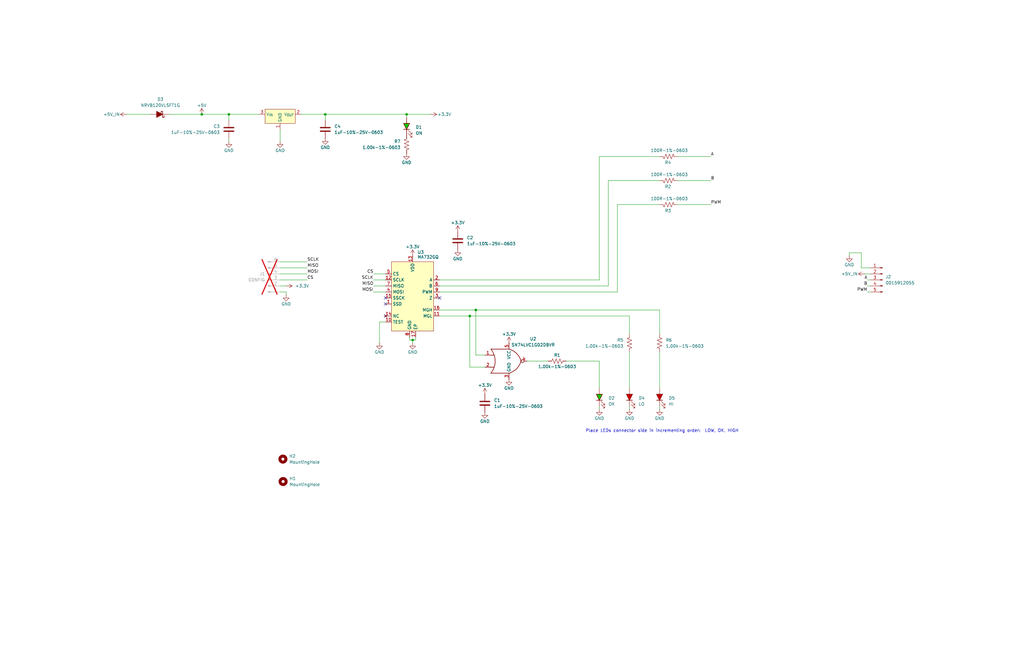
<source format=kicad_sch>
(kicad_sch (version 20231120) (generator "eeschema") (generator_version "8.0")
  (paper "B")
  (title_block (title "Mag Encoder") (date "2024-08-18") (rev "0") (company "971 SPARTAN ROBOTICS"))
  (lib_symbols
    (symbol "74xGxx:74AUP1G02"
      (property "Reference" "U3" (at 12.7 6.3186 0))
      (property "Value" "SN74LVC1G02DRLR" (at 12.7 3.7786 0))
      (symbol "74AUP1G02_0_1"
        (arc (start -7.62 -5.08) (mid -5.838 0) (end -7.62 5.08) (stroke (width 0.254)))
        (arc (start 0 -5.08) (mid 3.1986 -3.2054) (end 5.08 0) (stroke (width 0.254)))
        (polyline (pts (xy -7.62 -2.54) (xy -6.35 -2.54)) (stroke (width 0.254)) (fill (type background)))
        (polyline (pts (xy -7.62 2.54) (xy -6.35 2.54)) (stroke (width 0.254)) (fill (type background)))
        (polyline (pts (xy 0 -5.08) (xy -7.62 -5.08)) (stroke (width 0.254)) (fill (type background)))
        (polyline (pts (xy 0 5.08) (xy -7.62 5.08)) (stroke (width 0.254)) (fill (type background)))
        (arc (start 5.08 0) (mid 3.2238 3.2304) (end 0 5.08) (stroke (width 0.254)))
      )
      (symbol "74AUP1G02_1_1"
        (pin input line (at -10.16 2.54 0) (length 2.54) (name "~") (number "1"))
        (pin input line (at -10.16 -2.54 0) (length 2.54) (name "~") (number "2"))
        (pin power_in line (at 0 -7.62 90) (length 2.54) (name "GND") (number "3"))
        (pin output inverted (at 7.62 0 180) (length 2.54) (name "~") (number "4"))
        (pin power_in line (at 0 7.62 270) (length 2.54) (name "VCC") (number "5"))
      )
    )
    (symbol "Connector:Conn_01x05_Pin" (pin_names (offset 1.016) hide)
      (property "Reference" "J" (at 0 7.62 0))
      (property "Value" "Conn_01x05_Pin" (at 0 -7.62 0))
      (symbol "Conn_01x05_Pin_1_1"
        (polyline (pts (xy 1.27 -5.08) (xy 0.8636 -5.08)) (stroke (width 0.1524)))
        (polyline (pts (xy 1.27 -2.54) (xy 0.8636 -2.54)) (stroke (width 0.1524)))
        (polyline (pts (xy 1.27 0) (xy 0.8636 0)) (stroke (width 0.1524)))
        (polyline (pts (xy 1.27 2.54) (xy 0.8636 2.54)) (stroke (width 0.1524)))
        (polyline (pts (xy 1.27 5.08) (xy 0.8636 5.08)) (stroke (width 0.1524)))
        (rectangle (start 0.8636 -4.953) (end 0 -5.207) (stroke (width 0.1524)) (fill (type outline)))
        (rectangle (start 0.8636 -2.413) (end 0 -2.667) (stroke (width 0.1524)) (fill (type outline)))
        (rectangle (start 0.8636 0.127) (end 0 -0.127) (stroke (width 0.1524)) (fill (type outline)))
        (rectangle (start 0.8636 2.667) (end 0 2.413) (stroke (width 0.1524)) (fill (type outline)))
        (rectangle (start 0.8636 5.207) (end 0 4.953) (stroke (width 0.1524)) (fill (type outline)))
        (pin passive line (at 5.08 5.08 180) (length 3.81) (name "Pin_1") (number "1"))
        (pin passive line (at 5.08 2.54 180) (length 3.81) (name "Pin_2") (number "2"))
        (pin passive line (at 5.08 0 180) (length 3.81) (name "Pin_3") (number "3"))
        (pin passive line (at 5.08 -2.54 180) (length 3.81) (name "Pin_4") (number "4"))
        (pin passive line (at 5.08 -5.08 180) (length 3.81) (name "Pin_5") (number "5"))
      )
    )
    (symbol "Connector:Conn_01x06_Pin" (pin_names (offset 1.016) hide)
      (property "Reference" "J" (at 0 7.62 0))
      (property "Value" "Conn_01x06_Pin" (at 0 -10.16 0))
      (symbol "Conn_01x06_Pin_1_1"
        (polyline (pts (xy 1.27 -7.62) (xy 0.8636 -7.62)) (stroke (width 0.1524)))
        (polyline (pts (xy 1.27 -5.08) (xy 0.8636 -5.08)) (stroke (width 0.1524)))
        (polyline (pts (xy 1.27 -2.54) (xy 0.8636 -2.54)) (stroke (width 0.1524)))
        (polyline (pts (xy 1.27 0) (xy 0.8636 0)) (stroke (width 0.1524)))
        (polyline (pts (xy 1.27 2.54) (xy 0.8636 2.54)) (stroke (width 0.1524)))
        (polyline (pts (xy 1.27 5.08) (xy 0.8636 5.08)) (stroke (width 0.1524)))
        (rectangle (start 0.8636 -7.493) (end 0 -7.747) (stroke (width 0.1524)) (fill (type outline)))
        (rectangle (start 0.8636 -4.953) (end 0 -5.207) (stroke (width 0.1524)) (fill (type outline)))
        (rectangle (start 0.8636 -2.413) (end 0 -2.667) (stroke (width 0.1524)) (fill (type outline)))
        (rectangle (start 0.8636 0.127) (end 0 -0.127) (stroke (width 0.1524)) (fill (type outline)))
        (rectangle (start 0.8636 2.667) (end 0 2.413) (stroke (width 0.1524)) (fill (type outline)))
        (rectangle (start 0.8636 5.207) (end 0 4.953) (stroke (width 0.1524)) (fill (type outline)))
        (pin passive line (at 5.08 5.08 180) (length 3.81) (name "Pin_1") (number "1"))
        (pin passive line (at 5.08 2.54 180) (length 3.81) (name "Pin_2") (number "2"))
        (pin passive line (at 5.08 0 180) (length 3.81) (name "Pin_3") (number "3"))
        (pin passive line (at 5.08 -2.54 180) (length 3.81) (name "Pin_4") (number "4"))
        (pin passive line (at 5.08 -5.08 180) (length 3.81) (name "Pin_5") (number "5"))
        (pin passive line (at 5.08 -7.62 180) (length 3.81) (name "Pin_6") (number "6"))
      )
    )
    (symbol "Device:C" (pin_numbers hide) (pin_names (offset 0.254))
      (property "Reference" "C" (at 0.635 2.54 0))
      (property "Value" "C" (at 0.635 -2.54 0))
      (symbol "C_0_1"
        (polyline (pts (xy -2.032 -0.762) (xy 2.032 -0.762)) (stroke (width 0.508)))
        (polyline (pts (xy -2.032 0.762) (xy 2.032 0.762)) (stroke (width 0.508)))
      )
      (symbol "C_1_1"
        (pin passive line (at 0 3.81 270) (length 2.794) (name "~") (number "1"))
        (pin passive line (at 0 -3.81 90) (length 2.794) (name "~") (number "2"))
      )
    )
    (symbol "Device:D_Schottky" (pin_numbers hide) (pin_names (offset 1.016) hide)
      (property "Reference" "D4" (at -0.3175 -6.35 0))
      (property "Value" "D_Schottky" (at -0.3175 -3.81 0))
      (symbol "D_Schottky_0_1"
        (polyline (pts (xy -1.905 0.635) (xy -1.905 1.27) (xy -1.27 1.27) (xy -1.27 -1.27) (xy -0.635 -1.27) (xy -0.635 -0.635)) (stroke (width 0.254)))
      )
      (symbol "D_Schottky_1_1"
        (polyline (pts (xy 1.27 1.27) (xy 1.27 -1.27) (xy -1.27 0) (xy 1.27 1.27)) (stroke (width 0.254)) (fill (type outline)))
        (pin passive line (at -3.81 0 0) (length 2.54) (name "K") (number "1"))
        (pin passive line (at 3.81 0 180) (length 2.54) (name "A") (number "2"))
      )
    )
    (symbol "Device:LED" (pin_numbers hide) (pin_names (offset 1.016) hide)
      (property "Reference" "D1" (at -0.3174 -3.81 90))
      (property "Value" "LED" (at -2.8574 -3.81 90))
      (symbol "LED_0_1"
        (polyline (pts (xy -1.27 -1.27) (xy -1.27 1.27)) (stroke (width 0.254)))
        (polyline (pts (xy -3.048 -0.762) (xy -4.572 -2.286) (xy -3.81 -2.286) (xy -4.572 -2.286) (xy -4.572 -1.524)))
        (polyline (pts (xy -1.778 -0.762) (xy -3.302 -2.286) (xy -2.54 -2.286) (xy -3.302 -2.286) (xy -3.302 -1.524)))
      )
      (symbol "LED_1_1"
        (polyline (pts (xy 1.27 -1.27) (xy 1.27 1.27) (xy -1.27 0) (xy 1.27 -1.27)) (stroke (width 0.254)) (fill (type color) (color 0 194 0 1)))
        (pin passive line (at -3.81 0 0) (length 2.54) (name "K") (number "1"))
        (pin passive line (at 3.81 0 180) (length 2.54) (name "A") (number "2"))
      )
    )
    (symbol "Device:R_US" (pin_numbers hide) (pin_names (offset 0))
      (property "Reference" "R" (at 2.54 0 90))
      (property "Value" "R_US" (at -2.54 0 90))
      (symbol "R_US_0_1"
        (polyline (pts (xy 0 -2.286) (xy 0 -2.54)))
        (polyline (pts (xy 0 2.286) (xy 0 2.54)))
        (polyline (pts (xy 0 -0.762) (xy 1.016 -1.143) (xy 0 -1.524) (xy -1.016 -1.905) (xy 0 -2.286)))
        (polyline (pts (xy 0 0.762) (xy 1.016 0.381) (xy 0 0) (xy -1.016 -0.381) (xy 0 -0.762)))
        (polyline (pts (xy 0 2.286) (xy 1.016 1.905) (xy 0 1.524) (xy -1.016 1.143) (xy 0 0.762)))
      )
      (symbol "R_US_1_1"
        (pin passive line (at 0 3.81 270) (length 1.27) (name "~") (number "1"))
        (pin passive line (at 0 -3.81 90) (length 1.27) (name "~") (number "2"))
      )
    )
    (symbol "LED_1" (pin_numbers hide) (pin_names (offset 1.016) hide)
      (property "Reference" "D2" (at -0.3174 -3.81 90))
      (property "Value" "LOW" (at -2.8574 -3.81 90))
      (symbol "LED_1_0_1"
        (polyline (pts (xy -1.27 -1.27) (xy -1.27 1.27)) (stroke (width 0.254)))
        (polyline (pts (xy -3.048 -0.762) (xy -4.572 -2.286) (xy -3.81 -2.286) (xy -4.572 -2.286) (xy -4.572 -1.524)))
        (polyline (pts (xy -1.778 -0.762) (xy -3.302 -2.286) (xy -2.54 -2.286) (xy -3.302 -2.286) (xy -3.302 -1.524)))
      )
      (symbol "LED_1_1_1"
        (polyline (pts (xy 1.27 -1.27) (xy 1.27 1.27) (xy -1.27 0) (xy 1.27 -1.27)) (stroke (width 0.254)) (fill (type color) (color 194 0 0 1)))
        (pin passive line (at -3.81 0 0) (length 2.54) (name "K") (number "1"))
        (pin passive line (at 3.81 0 180) (length 2.54) (name "A") (number "2"))
      )
    )
    (symbol "LED_2" (pin_numbers hide) (pin_names (offset 1.016) hide)
      (property "Reference" "D4" (at -0.3174 -3.81 90))
      (property "Value" "HIGH" (at -2.8574 -3.81 90))
      (symbol "LED_2_0_1"
        (polyline (pts (xy -1.27 -1.27) (xy -1.27 1.27)) (stroke (width 0.254)))
        (polyline (pts (xy -3.048 -0.762) (xy -4.572 -2.286) (xy -3.81 -2.286) (xy -4.572 -2.286) (xy -4.572 -1.524)))
        (polyline (pts (xy -1.778 -0.762) (xy -3.302 -2.286) (xy -2.54 -2.286) (xy -3.302 -2.286) (xy -3.302 -1.524)))
      )
      (symbol "LED_2_1_1"
        (polyline (pts (xy 1.27 -1.27) (xy 1.27 1.27) (xy -1.27 0) (xy 1.27 -1.27)) (stroke (width 0.254)) (fill (type color) (color 194 0 0 1)))
        (pin passive line (at -3.81 0 0) (length 2.54) (name "K") (number "1"))
        (pin passive line (at 3.81 0 180) (length 2.54) (name "A") (number "2"))
      )
    )
    (symbol "Mechanical:MountingHole" (pin_names (offset 1.016)) (exclude_from_sim yes) (in_bom no)
      (property "Reference" "H" (at 0 5.08 0))
      (property "Value" "MountingHole" (at 0 3.175 0))
      (symbol "MountingHole_0_1"
        (circle (center 0 0) (radius 1.27) (stroke (width 1.27)))
      )
    )
    (symbol "mag-encoder:AP2120N-3.3TRG1"
      (symbol "AP2120N-3.3TRG1_1_1"
        (rectangle (start -6.35 -0.3175) (end 6.35 -6.35) (fill (type background)))
        (pin passive line (at 0 -8.89 90) (length 2.54) (name "GND") (number "1"))
        (pin power_out line (at 8.89 -2.54 180) (length 2.54) (name "V_{OUT}") (number "2"))
        (pin power_in line (at -8.89 -2.54 0) (length 2.54) (name "V_{IN}") (number "3"))
      )
    )
    (symbol "mag-encoder:MA732GQ"
      (property "Reference" "U1" (at 2.032 5.334 0))
      (property "Value" "MA732GQ" (at 2.032 3.302 0))
      (symbol "MA732GQ_1_1"
        (rectangle (start -8.89 1.27) (end 8.89 -27.94) (fill (type background)))
        (pin output line (at -11.43 -16.51 0) (length 2.54) (name "SSD") (number "1"))
        (pin input line (at -11.43 -24.13 0) (length 2.54) (name "TEST") (number "10"))
        (pin output line (at 11.43 -21.59 180) (length 2.54) (name "MGL") (number "11"))
        (pin input line (at -11.43 -6.35 0) (length 2.54) (name "SCLK") (number "12"))
        (pin power_in line (at 0 3.81 270) (length 2.54) (name "VDD") (number "13"))
        (pin no_connect line (at -11.43 -21.59 0) (length 2.54) (name "NC") (number "14"))
        (pin input line (at -11.43 -13.97 0) (length 2.54) (name "SSCK") (number "15"))
        (pin output line (at 11.43 -19.05 180) (length 2.54) (name "MGH") (number "16"))
        (pin passive line (at 1.27 -30.48 90) (length 2.54) (name "EP") (number "17"))
        (pin output line (at 11.43 -6.35 180) (length 2.54) (name "A") (number "2"))
        (pin output line (at 11.43 -13.97 180) (length 2.54) (name "Z") (number "3"))
        (pin input line (at -11.43 -11.43 0) (length 2.54) (name "MOSI") (number "4"))
        (pin input line (at -11.43 -3.81 0) (length 2.54) (name "CS") (number "5"))
        (pin output line (at 11.43 -8.89 180) (length 2.54) (name "B") (number "6"))
        (pin input line (at -11.43 -8.89 0) (length 2.54) (name "MISO") (number "7"))
        (pin passive line (at -1.27 -30.48 90) (length 2.54) (name "GND") (number "8"))
        (pin output line (at 11.43 -11.43 180) (length 2.54) (name "PWM") (number "9"))
      )
    )
    (symbol "power:+3.3V" (power) (pin_numbers hide) (pin_names (offset 0) hide)
      (property "Value" "+3.3V" (at 0 3.556 0))
      (symbol "+3.3V_0_1"
        (polyline (pts (xy -0.762 1.27) (xy 0 2.54)))
        (polyline (pts (xy 0 0) (xy 0 2.54)))
        (polyline (pts (xy 0 2.54) (xy 0.762 1.27)))
      )
      (symbol "+3.3V_1_1"
        (pin power_in line (at 0 0 90) (length 0) (name "~") (number "1"))
      )
    )
    (symbol "power:+5V" (power) (pin_numbers hide) (pin_names (offset 0) hide)
      (property "Value" "+5V" (at 0 3.556 0))
      (symbol "+5V_0_1"
        (polyline (pts (xy -0.762 1.27) (xy 0 2.54)))
        (polyline (pts (xy 0 0) (xy 0 2.54)))
        (polyline (pts (xy 0 2.54) (xy 0.762 1.27)))
      )
      (symbol "+5V_1_1"
        (pin power_in line (at 0 0 90) (length 0) (name "~") (number "1"))
      )
    )
    (symbol "power:GND" (power) (pin_numbers hide) (pin_names (offset 0) hide)
      (property "Value" "GND" (at 0 -3.81 0))
      (symbol "GND_0_1"
        (polyline (pts (xy 0 0) (xy 0 -1.27) (xy 1.27 -1.27) (xy 0 -2.54) (xy -1.27 -1.27) (xy 0 -1.27)))
      )
      (symbol "GND_1_1"
        (pin power_in line (at 0 0 270) (length 0) (name "~") (number "1"))
      )
    )
  )
  (junction (at 200.66 130.81))
  (junction (at 198.12 133.35))
  (junction (at 85.09 48.26))
  (junction (at 137.16 48.26))
  (junction (at 96.52 48.26))
  (junction (at 173.99 143.51))
  (junction (at 171.45 48.26))
  (no_connect (at 185.42 125.73))
  (no_connect (at 162.56 128.27))
  (no_connect (at 162.56 133.35))
  (no_connect (at 162.56 125.73))
  (wire (pts (xy 127 48.26) (xy 137.16 48.26)))
  (wire (pts (xy 137.16 48.26) (xy 137.16 50.8)))
  (wire (pts (xy 238.76 152.4) (xy 252.73 152.4)))
  (wire (pts (xy 157.48 120.65) (xy 162.56 120.65)))
  (wire (pts (xy 175.26 143.51) (xy 173.99 143.51)))
  (wire (pts (xy 118.11 118.11) (xy 129.54 118.11)))
  (wire (pts (xy 198.12 154.94) (xy 198.12 133.35)))
  (wire (pts (xy 85.09 48.26) (xy 96.52 48.26)))
  (wire (pts (xy 256.54 120.65) (xy 256.54 76.2)))
  (wire (pts (xy 200.66 130.81) (xy 278.13 130.81)))
  (wire (pts (xy 53.34 48.26) (xy 63.5 48.26)))
  (wire (pts (xy 265.43 148.59) (xy 265.43 163.83)))
  (wire (pts (xy 252.73 66.04) (xy 278.13 66.04)))
  (wire (pts (xy 118.11 113.03) (xy 129.54 113.03)))
  (wire (pts (xy 285.75 86.36) (xy 299.72 86.36)))
  (wire (pts (xy 222.25 152.4) (xy 231.14 152.4)))
  (wire (pts (xy 365.76 118.11) (xy 367.03 118.11)))
  (wire (pts (xy 265.43 171.45) (xy 265.43 172.72)))
  (wire (pts (xy 172.72 142.24) (xy 172.72 143.51)))
  (wire (pts (xy 363.22 106.68) (xy 358.14 106.68)))
  (wire (pts (xy 252.73 118.11) (xy 252.73 66.04)))
  (wire (pts (xy 358.14 106.68) (xy 358.14 107.95)))
  (wire (pts (xy 285.75 76.2) (xy 299.72 76.2)))
  (wire (pts (xy 173.99 143.51) (xy 173.99 144.78)))
  (wire (pts (xy 181.61 48.26) (xy 171.45 48.26)))
  (wire (pts (xy 160.02 135.89) (xy 160.02 144.78)))
  (wire (pts (xy 278.13 148.59) (xy 278.13 163.83)))
  (wire (pts (xy 256.54 76.2) (xy 278.13 76.2)))
  (wire (pts (xy 71.12 48.26) (xy 85.09 48.26)))
  (wire (pts (xy 157.48 118.11) (xy 162.56 118.11)))
  (wire (pts (xy 198.12 133.35) (xy 265.43 133.35)))
  (wire (pts (xy 175.26 142.24) (xy 175.26 143.51)))
  (wire (pts (xy 118.11 110.49) (xy 129.54 110.49)))
  (wire (pts (xy 118.11 54.61) (xy 118.11 59.69)))
  (wire (pts (xy 278.13 130.81) (xy 278.13 140.97)))
  (wire (pts (xy 265.43 133.35) (xy 265.43 140.97)))
  (wire (pts (xy 96.52 59.69) (xy 96.52 58.42)))
  (wire (pts (xy 118.11 120.65) (xy 120.65 120.65)))
  (wire (pts (xy 363.22 113.03) (xy 363.22 106.68)))
  (wire (pts (xy 96.52 48.26) (xy 109.22 48.26)))
  (wire (pts (xy 120.65 124.46) (xy 120.65 123.19)))
  (wire (pts (xy 185.42 130.81) (xy 200.66 130.81)))
  (wire (pts (xy 185.42 118.11) (xy 252.73 118.11)))
  (wire (pts (xy 367.03 113.03) (xy 363.22 113.03)))
  (wire (pts (xy 260.35 123.19) (xy 260.35 86.36)))
  (wire (pts (xy 200.66 149.86) (xy 200.66 130.81)))
  (wire (pts (xy 173.99 143.51) (xy 172.72 143.51)))
  (wire (pts (xy 185.42 133.35) (xy 198.12 133.35)))
  (wire (pts (xy 120.65 123.19) (xy 118.11 123.19)))
  (wire (pts (xy 260.35 86.36) (xy 278.13 86.36)))
  (wire (pts (xy 157.48 115.57) (xy 162.56 115.57)))
  (wire (pts (xy 162.56 135.89) (xy 160.02 135.89)))
  (wire (pts (xy 137.16 48.26) (xy 171.45 48.26)))
  (wire (pts (xy 285.75 66.04) (xy 299.72 66.04)))
  (wire (pts (xy 278.13 171.45) (xy 278.13 172.72)))
  (wire (pts (xy 204.47 149.86) (xy 200.66 149.86)))
  (wire (pts (xy 204.47 154.94) (xy 198.12 154.94)))
  (wire (pts (xy 185.42 120.65) (xy 256.54 120.65)))
  (wire (pts (xy 96.52 48.26) (xy 96.52 50.8)))
  (wire (pts (xy 252.73 172.72) (xy 252.73 171.45)))
  (wire (pts (xy 365.76 120.65) (xy 367.03 120.65)))
  (wire (pts (xy 157.48 123.19) (xy 162.56 123.19)))
  (wire (pts (xy 252.73 152.4) (xy 252.73 163.83)))
  (wire (pts (xy 365.76 123.19) (xy 367.03 123.19)))
  (wire (pts (xy 118.11 115.57) (xy 129.54 115.57)))
  (wire (pts (xy 171.45 49.53) (xy 171.45 48.26)))
  (wire (pts (xy 185.42 123.19) (xy 260.35 123.19)))
  (wire (pts (xy 364.49 115.57) (xy 367.03 115.57)))
  (text "Place LEDs connector side in incrementing order:  LOW, OK, HIGH" (at 246.888 181.864 0) (effects (font (size 1.27 1.27)) (justify left)))
  (label "PWM" (at 365.76 123.19 180))
  (label "SCLK" (at 157.48 118.11 180))
  (label "MISO" (at 129.54 113.03 0))
  (label "MOSI" (at 129.54 115.57 0))
  (label "B" (at 365.76 120.65 180))
  (label "MOSI" (at 157.48 123.19 180))
  (label "A" (at 299.72 66.04 0))
  (label "PWM" (at 299.72 86.36 0))
  (label "B" (at 299.72 76.2 0))
  (label "SCLK" (at 129.54 110.49 0))
  (label "CS" (at 129.54 118.11 0))
  (label "CS" (at 157.48 115.57 180))
  (label "MISO" (at 157.48 120.65 180))
  (label "A" (at 365.76 118.11 180))
  (symbol (lib_id "power:GND") (at 278.13 172.72 0) (unit 1)
    (property "Reference" "#PWR08" (effects (hide yes)))
    (property "Value" "GND" (at 278.13 176.53 0))
    (property "Description" "Power symbol creates a global label with name \"GND\" , ground" (effects (hide yes)))
  )
  (symbol (lib_name "LED_1") (lib_id "Device:LED") (at 265.43 167.64 90) (unit 1)
    (property "Reference" "D4" (at 269.24 167.9574 90) (effects (justify right)))
    (property "Value" "LO" (at 269.24 170.4974 90) (effects (justify right)))
    (property "Footprint" "LED_SMD:LED_0603_1608Metric" (effects (hide yes)))
    (property "Datasheet" "Components/Wurth-150060RS75000.pdf" (effects (hide yes)))
    (property "Description" "Light emitting diode" (effects (hide yes)))
    (property "DIST" "Digikey" (effects (hide yes)))
    (property "DIST P/N" "732-4978-1-ND" (effects (hide yes)))
    (property "MFG" "Wurth Electronik" (effects (hide yes)))
    (property "MFG P/N" "150060RS75000" (effects (hide yes)))
  )
  (symbol (lib_id "Device:R_US") (at 278.13 144.78 0) (unit 1)
    (property "Reference" "R6" (at 280.67 143.5099 0) (effects (justify left)))
    (property "Value" "1.00k-1%-0603" (at 280.67 146.0499 0) (effects (justify left)))
    (property "Footprint" "Resistor_SMD:R_0603_1608Metric" (effects (hide yes)))
    (property "Description" "Resistor, US symbol" (effects (hide yes)))
    (property "DIST" "Digikey" (effects (hide yes)))
    (property "DIST P/N" "311-1.00KHRCT-ND" (effects (hide yes)))
    (property "MFG" "YAGEO" (effects (hide yes)))
    (property "MFG P/N" "RC0603FR-071KL" (effects (hide yes)))
  )
  (symbol (lib_name "LED_2") (lib_id "Device:LED") (at 278.13 167.64 90) (unit 1)
    (property "Reference" "D5" (at 281.94 167.9574 90) (effects (justify right)))
    (property "Value" "HI" (at 281.94 170.4974 90) (effects (justify right)))
    (property "Footprint" "LED_SMD:LED_0603_1608Metric" (effects (hide yes)))
    (property "Datasheet" "Components/Wurth-150060RS75000.pdf" (effects (hide yes)))
    (property "Description" "Light emitting diode" (effects (hide yes)))
    (property "DIST" "Digikey" (effects (hide yes)))
    (property "DIST P/N" "732-4978-1-ND" (effects (hide yes)))
    (property "MFG" "Wurth Electronik" (effects (hide yes)))
    (property "MFG P/N" "150060RS75000" (effects (hide yes)))
  )
  (symbol (lib_id "power:GND") (at 160.02 144.78 0) (unit 1)
    (property "Reference" "#PWR02" (effects (hide yes)))
    (property "Value" "GND" (at 160.02 148.59 0))
    (property "Description" "Power symbol creates a global label with name \"GND\" , ground" (effects (hide yes)))
  )
  (symbol (lib_id "Device:R_US") (at 234.95 152.4 90) (unit 1)
    (property "Reference" "R1" (at 234.95 149.86 90))
    (property "Value" "1.00k-1%-0603" (at 234.95 154.686 90))
    (property "Footprint" "Resistor_SMD:R_0603_1608Metric" (effects (hide yes)))
    (property "Description" "Resistor, US symbol" (effects (hide yes)))
    (property "DIST" "Digikey" (effects (hide yes)))
    (property "DIST P/N" "311-1.00KHRCT-ND" (effects (hide yes)))
    (property "MFG" "YAGEO" (effects (hide yes)))
    (property "MFG P/N" "RC0603FR-071KL" (effects (hide yes)))
  )
  (symbol (lib_id "Device:R_US") (at 281.94 76.2 90) (mirror x) (unit 1)
    (property "Reference" "R2" (at 281.686 78.74 90))
    (property "Value" "100R-1%-0603" (at 282.194 73.66 90))
    (property "Footprint" "Resistor_SMD:R_0603_1608Metric" (effects (hide yes)))
    (property "Description" "Resistor, US symbol" (effects (hide yes)))
    (property "DIST" "Digikey" (effects (hide yes)))
    (property "DIST P/N" "311-100HRCT-ND" (effects (hide yes)))
    (property "MFG" "YAGEO" (effects (hide yes)))
    (property "MFG P/N" "RC0603FR-07100RL" (effects (hide yes)))
  )
  (symbol (lib_id "power:+3.3V") (at 193.04 97.79 0) (unit 1)
    (property "Reference" "#PWR026" (effects (hide yes)))
    (property "Value" "+3.3V" (at 193.04 93.98 0))
    (property "Description" "Power symbol creates a global label with name \"+3.3V\"" (effects (hide yes)))
  )
  (symbol (lib_id "power:GND") (at 214.63 160.02 0) (unit 1)
    (property "Reference" "#PWR04" (effects (hide yes)))
    (property "Value" "GND" (at 214.63 163.83 0))
    (property "Description" "Power symbol creates a global label with name \"GND\" , ground" (effects (hide yes)))
  )
  (symbol (lib_id "power:+5V") (at 53.34 48.26 90) (mirror x) (unit 1)
    (property "Reference" "#PWR022" (effects (hide yes)))
    (property "Value" "+5V_IN" (at 50.546 48.26 90) (effects (justify left)))
    (property "Description" "Power symbol creates a global label with name \"+5V\"" (effects (hide yes)))
  )
  (symbol (lib_id "74xGxx:74AUP1G02") (at 214.63 152.4 0) (unit 1)
    (property "Reference" "U2" (at 224.79 143.002 0))
    (property "Value" "SN74LVC1G02DBVR" (at 224.79 145.542 0))
    (property "Footprint" "Package_TO_SOT_SMD:SOT-23-5" (effects (hide yes)))
    (property "Datasheet" "Components/TI-sn74lvc1g02.pdf" (effects (hide yes)))
    (property "Description" "Single NOR Gate, Low-Voltage CMOS" (effects (hide yes)))
    (property "MFG" "Texas Instruments" (effects (hide yes)))
    (property "MFG P/N" "SN74LVC1G02DBVR" (effects (hide yes)))
    (property "DIST" "Digikey" (effects (hide yes)))
    (property "DIST P/N" "296-11597-1-ND" (effects (hide yes)))
  )
  (symbol (lib_id "power:GND") (at 96.52 59.69 0) (mirror y) (unit 1)
    (property "Reference" "#PWR014" (effects (hide yes)))
    (property "Value" "GND" (at 96.52 63.5 0))
    (property "Description" "Power symbol creates a global label with name \"GND\" , ground" (effects (hide yes)))
  )
  (symbol (lib_id "Device:D_Schottky") (at 67.31 48.26 180) (unit 1)
    (property "Reference" "D3" (at 67.6275 41.91 0))
    (property "Value" "NRVB120VLSFT1G" (at 67.6275 44.45 0))
    (property "Footprint" "Diode_SMD:D_SOD-123F" (effects (hide yes)))
    (property "Datasheet" "Components/onsemi-MBR120VLSF.pdf" (effects (hide yes)))
    (property "Description" "Diode Schottky 20 V 1A Surface Mount SOD-123FL" (effects (hide yes)))
    (property "MFG" "onsemi" (effects (hide yes)))
    (property "MFG P/N" "NRVB120VLSFT1G" (effects (hide yes)))
    (property "DIST" "Digikey" (effects (hide yes)))
    (property "DIST P/N" "NRVB120VLSFT1GOSCT-ND" (effects (hide yes)))
  )
  (symbol (lib_id "power:GND") (at 193.04 105.41 0) (unit 1)
    (property "Reference" "#PWR027" (effects (hide yes)))
    (property "Value" "GND" (at 193.04 109.22 0))
    (property "Description" "Power symbol creates a global label with name \"GND\" , ground" (effects (hide yes)))
  )
  (symbol (lib_id "power:GND") (at 204.47 173.99 0) (unit 1)
    (property "Reference" "#PWR018" (effects (hide yes)))
    (property "Value" "GND" (at 204.47 177.8 0))
    (property "Description" "Power symbol creates a global label with name \"GND\" , ground" (effects (hide yes)))
  )
  (symbol (lib_id "power:+3.3V") (at 214.63 144.78 0) (unit 1)
    (property "Reference" "#PWR05" (effects (hide yes)))
    (property "Value" "+3.3V" (at 214.63 140.97 0))
    (property "Description" "Power symbol creates a global label with name \"+3.3V\"" (effects (hide yes)))
  )
  (symbol (lib_id "power:+5V") (at 85.09 48.26 0) (unit 1)
    (property "Reference" "#PWR013" (effects (hide yes)))
    (property "Value" "+5V" (at 85.09 45.212 0) (effects (justify bottom)))
    (property "Description" "Power symbol creates a global label with name \"+5V\"" (effects (hide yes)))
  )
  (symbol (lib_id "Mechanical:MountingHole") (at 119.38 203.2 0) (unit 1) (exclude_from_sim yes) (in_bom no)
    (property "Reference" "H1" (at 121.9986 201.9299 0) (effects (justify left)))
    (property "Value" "MountingHole" (at 121.9986 204.4699 0) (effects (justify left)))
    (property "Footprint" "MountingHole:MountingHole_3.2mm_M3" (effects (hide yes)))
    (property "Description" "Mounting Hole without connection" (effects (hide yes)))
  )
  (symbol (lib_id "Connector:Conn_01x06_Pin") (at 113.03 118.11 0) (mirror x) (unit 1) (in_bom no) (dnp yes)
    (property "Reference" "J1" (at 111.76 115.5699 0) (effects (justify right)))
    (property "Value" "CONFIG" (at 111.76 118.1099 0) (effects (justify right)))
    (property "Footprint" "Connector_PinHeader_2.54mm:PinHeader_1x06_P2.54mm_Vertical" (effects (hide yes)))
    (property "Description" "Generic connector, single row, 01x06, script generated" (effects (hide yes)))
  )
  (symbol (lib_id "power:GND") (at 252.73 172.72 0) (unit 1)
    (property "Reference" "#PWR06" (effects (hide yes)))
    (property "Value" "GND" (at 252.73 176.53 0))
    (property "Description" "Power symbol creates a global label with name \"GND\" , ground" (effects (hide yes)))
  )
  (symbol (lib_id "Device:R_US") (at 281.94 66.04 90) (mirror x) (unit 1)
    (property "Reference" "R4" (at 281.686 68.58 90))
    (property "Value" "100R-1%-0603" (at 282.194 63.5 90))
    (property "Footprint" "Resistor_SMD:R_0603_1608Metric" (effects (hide yes)))
    (property "Description" "Resistor, US symbol" (effects (hide yes)))
    (property "DIST" "Digikey" (effects (hide yes)))
    (property "DIST P/N" "311-100HRCT-ND" (effects (hide yes)))
    (property "MFG" "YAGEO" (effects (hide yes)))
    (property "MFG P/N" "RC0603FR-07100RL" (effects (hide yes)))
  )
  (symbol (lib_id "power:GND") (at 120.65 124.46 0) (unit 1)
    (property "Reference" "#PWR015" (effects (hide yes)))
    (property "Value" "GND" (at 120.65 128.27 0))
    (property "Description" "Power symbol creates a global label with name \"GND\" , ground" (effects (hide yes)))
  )
  (symbol (lib_id "power:GND") (at 137.16 58.42 0) (unit 1)
    (property "Reference" "#PWR016" (effects (hide yes)))
    (property "Value" "GND" (at 137.16 62.23 0))
    (property "Description" "Power symbol creates a global label with name \"GND\" , ground" (effects (hide yes)))
  )
  (symbol (lib_id "Device:C") (at 204.47 170.18 0) (unit 1)
    (property "Reference" "C1" (at 208.28 168.9099 0) (effects (justify left)))
    (property "Value" "1uF-10%-25V-0603" (at 208.28 171.4499 0) (effects (justify left)))
    (property "Footprint" "Capacitor_SMD:C_0603_1608Metric" (effects (hide yes)))
    (property "Datasheet" "Components/Kyocera-KGM_X7R.pdf" (effects (hide yes)))
    (property "Description" "Unpolarized capacitor" (effects (hide yes)))
    (property "DIST" "Digikey" (effects (hide yes)))
    (property "DIST P/N" "478-10046-1-ND" (effects (hide yes)))
    (property "MFG" "Kyocera" (effects (hide yes)))
    (property "MFG P/N" "06033C105KAT2A" (effects (hide yes)))
  )
  (symbol (lib_id "power:+5V") (at 364.49 115.57 90) (mirror x) (unit 1)
    (property "Reference" "#PWR010" (effects (hide yes)))
    (property "Value" "+5V_IN" (at 361.696 115.57 90) (effects (justify left)))
    (property "Description" "Power symbol creates a global label with name \"+5V\"" (effects (hide yes)))
  )
  (symbol (lib_id "power:+3.3V") (at 173.99 107.95 0) (unit 1)
    (property "Reference" "#PWR03" (effects (hide yes)))
    (property "Value" "+3.3V" (at 173.99 104.14 0))
    (property "Description" "Power symbol creates a global label with name \"+3.3V\"" (effects (hide yes)))
  )
  (symbol (lib_id "power:+3.3V") (at 181.61 48.26 270) (unit 1)
    (property "Reference" "#PWR011" (effects (hide yes)))
    (property "Value" "+3.3V" (at 184.404 48.26 90) (effects (justify left)))
    (property "Description" "Power symbol creates a global label with name \"+3.3V\"" (effects (hide yes)))
  )
  (symbol (lib_id "power:GND") (at 173.99 144.78 0) (unit 1)
    (property "Reference" "#PWR01" (effects (hide yes)))
    (property "Value" "GND" (at 173.99 148.59 0))
    (property "Description" "Power symbol creates a global label with name \"GND\" , ground" (effects (hide yes)))
  )
  (symbol (lib_id "Device:R_US") (at 265.43 144.78 0) (mirror y) (unit 1)
    (property "Reference" "R5" (at 262.89 143.5099 0) (effects (justify left)))
    (property "Value" "1.00k-1%-0603" (at 262.89 146.0499 0) (effects (justify left)))
    (property "Footprint" "Resistor_SMD:R_0603_1608Metric" (effects (hide yes)))
    (property "Description" "Resistor, US symbol" (effects (hide yes)))
    (property "DIST" "Digikey" (effects (hide yes)))
    (property "DIST P/N" "311-1.00KHRCT-ND" (effects (hide yes)))
    (property "MFG" "YAGEO" (effects (hide yes)))
    (property "MFG P/N" "RC0603FR-071KL" (effects (hide yes)))
  )
  (symbol (lib_id "Device:C") (at 96.52 54.61 0) (mirror y) (unit 1)
    (property "Reference" "C3" (at 92.71 53.3399 0) (effects (justify left)))
    (property "Value" "1uF-10%-25V-0603" (at 92.71 55.8799 0) (effects (justify left)))
    (property "Footprint" "Capacitor_SMD:C_0603_1608Metric" (effects (hide yes)))
    (property "Datasheet" "Components/Kyocera-KGM_X7R.pdf" (effects (hide yes)))
    (property "Description" "Unpolarized capacitor" (effects (hide yes)))
    (property "DIST" "Digikey" (effects (hide yes)))
    (property "DIST P/N" "478-10046-1-ND" (effects (hide yes)))
    (property "MFG" "Kyocera" (effects (hide yes)))
    (property "MFG P/N" "06033C105KAT2A" (effects (hide yes)))
  )
  (symbol (lib_id "power:GND") (at 358.14 107.95 0) (unit 1)
    (property "Reference" "#PWR09" (effects (hide yes)))
    (property "Value" "GND" (at 358.14 111.76 0))
    (property "Description" "Power symbol creates a global label with name \"GND\" , ground" (effects (hide yes)))
  )
  (symbol (lib_id "mag-encoder:AP2120N-3.3TRG1") (at 118.11 45.72 0) (unit 1)
    (property "Reference" "U1" (effects (hide yes)))
    (property "Value" "AP2120N-3.3TRG1" (effects (hide yes)))
    (property "Footprint" "Package_TO_SOT_SMD:SOT-23" (effects (hide yes)))
    (property "Datasheet" "Components/DiodesInc-AP2120.pdf" (effects (hide yes)))
    (property "Description" "Linear Voltage Regulator IC Positive Fixed 1 Output 150mA SOT-23-3" (effects (hide yes)))
    (property "MFG" "Diodes Inc" (effects (hide yes)))
    (property "MFG P/N" "AP2120N-3.3TRG1" (effects (hide yes)))
    (property "DIST" "Digikey" (effects (hide yes)))
    (property "DIST P/N" "AP2120N-3.3TRG1DICT-ND" (effects (hide yes)))
  )
  (symbol (lib_id "Device:R_US") (at 171.45 60.96 0) (mirror y) (unit 1)
    (property "Reference" "R7" (at 168.91 59.6899 0) (effects (justify left)))
    (property "Value" "1.00k-1%-0603" (at 168.91 62.2299 0) (effects (justify left)))
    (property "Footprint" "Resistor_SMD:R_0603_1608Metric" (effects (hide yes)))
    (property "Description" "Resistor, US symbol" (effects (hide yes)))
    (property "DIST" "Digikey" (effects (hide yes)))
    (property "DIST P/N" "311-1.00KHRCT-ND" (effects (hide yes)))
    (property "MFG" "YAGEO" (effects (hide yes)))
    (property "MFG P/N" "RC0603FR-071KL" (effects (hide yes)))
  )
  (symbol (lib_id "power:+3.3V") (at 204.47 166.37 0) (unit 1)
    (property "Reference" "#PWR017" (effects (hide yes)))
    (property "Value" "+3.3V" (at 204.47 162.56 0))
    (property "Description" "Power symbol creates a global label with name \"+3.3V\"" (effects (hide yes)))
  )
  (symbol (lib_id "Device:C") (at 193.04 101.6 0) (unit 1)
    (property "Reference" "C2" (at 196.85 100.3299 0) (effects (justify left)))
    (property "Value" "1uF-10%-25V-0603" (at 196.85 102.8699 0) (effects (justify left)))
    (property "Footprint" "Capacitor_SMD:C_0603_1608Metric" (effects (hide yes)))
    (property "Datasheet" "Components/Kyocera-KGM_X7R.pdf" (effects (hide yes)))
    (property "Description" "Unpolarized capacitor" (effects (hide yes)))
    (property "DIST" "Digikey" (effects (hide yes)))
    (property "DIST P/N" "478-10046-1-ND" (effects (hide yes)))
    (property "MFG" "Kyocera" (effects (hide yes)))
    (property "MFG P/N" "06033C105KAT2A" (effects (hide yes)))
  )
  (symbol (lib_id "power:GND") (at 265.43 172.72 0) (unit 1)
    (property "Reference" "#PWR07" (effects (hide yes)))
    (property "Value" "GND" (at 265.43 176.53 0))
    (property "Description" "Power symbol creates a global label with name \"GND\" , ground" (effects (hide yes)))
  )
  (symbol (lib_id "Connector:Conn_01x05_Pin") (at 372.11 118.11 0) (mirror y) (unit 1)
    (property "Reference" "J2" (at 373.38 116.8399 0) (effects (justify right)))
    (property "Value" "0015912055" (at 373.38 119.3799 0) (effects (justify right)))
    (property "Footprint" "mag-encoder:Molex-70634-0039" (effects (hide yes)))
    (property "Datasheet" "Components/Molex-015912055_sd.pdf" (effects (hide yes)))
    (property "Description" "Connector Header Surface Mount, Right Angle 5 position 0.100\" (2.54mm)" (effects (hide yes)))
    (property "MFG" "Molex" (effects (hide yes)))
    (property "MFG P/N" "0015912055" (effects (hide yes)))
    (property "DIST" "Digikey" (effects (hide yes)))
    (property "DIST P/N" "WM1343-ND" (effects (hide yes)))
  )
  (symbol (lib_id "power:+3.3V") (at 120.65 120.65 270) (unit 1)
    (property "Reference" "#PWR012" (effects (hide yes)))
    (property "Value" "+3.3V" (at 124.46 120.65 90) (effects (justify left)))
    (property "Description" "Power symbol creates a global label with name \"+3.3V\"" (effects (hide yes)))
  )
  (symbol (lib_id "Device:LED") (at 252.73 167.64 90) (unit 1)
    (property "Reference" "D2" (at 256.54 167.9574 90) (effects (justify right)))
    (property "Value" "OK" (at 256.54 170.4974 90) (effects (justify right)))
    (property "Footprint" "LED_SMD:LED_0603_1608Metric" (effects (hide yes)))
    (property "Datasheet" "Components/Wurth-150060GS75000.pdf" (effects (hide yes)))
    (property "Description" "Light emitting diode" (effects (hide yes)))
    (property "MFG" "Wurth Electronik" (effects (hide yes)))
    (property "MFG P/N" "150060GS75000" (effects (hide yes)))
    (property "DIST" "Digikey" (effects (hide yes)))
    (property "DIST P/N" "732-4971-1-ND" (effects (hide yes)))
  )
  (symbol (lib_id "mag-encoder:MA732GQ") (at 173.99 111.76 0) (unit 1)
    (property "Reference" "U3" (at 176.022 106.426 0) (effects (justify left)))
    (property "Value" "MA732GQ" (at 176.022 108.458 0) (effects (justify left)))
    (property "Footprint" "mag-encoder:QFN-16-1EP_3x3mm_P0.5mm_EP1.7x1.7mm" (effects (hide yes)))
    (property "Datasheet" "Components/MPS-MA732GQ-Z.pdf" (effects (hide yes)))
    (property "Description" "14 bit, digital angle sensor with ABZ & PWM Outputs" (effects (hide yes)))
    (property "MFG" "Monolithic Power Systems" (effects (hide yes)))
    (property "MFG P/N" "MA732GQ-Z" (effects (hide yes)))
    (property "DIST" "Digikey" (effects (hide yes)))
    (property "DIST P/N" "1589-MA732GQ-ZCT-ND" (effects (hide yes)))
  )
  (symbol (lib_id "power:GND") (at 171.45 64.77 0) (unit 1)
    (property "Reference" "#PWR023" (effects (hide yes)))
    (property "Value" "GND" (at 171.45 68.58 0))
    (property "Description" "Power symbol creates a global label with name \"GND\" , ground" (effects (hide yes)))
  )
  (symbol (lib_id "Mechanical:MountingHole") (at 119.3014 193.7445 0) (unit 1) (exclude_from_sim yes) (in_bom no)
    (property "Reference" "H2" (at 121.92 192.4744 0) (effects (justify left)))
    (property "Value" "MountingHole" (at 121.92 195.0144 0) (effects (justify left)))
    (property "Footprint" "MountingHole:MountingHole_3.2mm_M3" (effects (hide yes)))
    (property "Description" "Mounting Hole without connection" (effects (hide yes)))
  )
  (symbol (lib_id "Device:LED") (at 171.45 53.34 90) (unit 1)
    (property "Reference" "D1" (at 175.26 53.6574 90) (effects (justify right)))
    (property "Value" "ON" (at 175.26 56.1974 90) (effects (justify right)))
    (property "Footprint" "LED_SMD:LED_0603_1608Metric" (effects (hide yes)))
    (property "Datasheet" "Components/Wurth-150060GS75000.pdf" (effects (hide yes)))
    (property "Description" "Light emitting diode" (effects (hide yes)))
    (property "MFG" "Wurth Electronik" (effects (hide yes)))
    (property "MFG P/N" "150060GS75000" (effects (hide yes)))
    (property "DIST" "Digikey" (effects (hide yes)))
    (property "DIST P/N" "732-4971-1-ND" (effects (hide yes)))
  )
  (symbol (lib_id "Device:C") (at 137.16 54.61 0) (unit 1)
    (property "Reference" "C4" (at 140.97 53.3399 0) (effects (justify left)))
    (property "Value" "1uF-10%-25V-0603" (at 140.97 55.8799 0) (effects (justify left)))
    (property "Footprint" "Capacitor_SMD:C_0603_1608Metric" (effects (hide yes)))
    (property "Datasheet" "Components/Kyocera-KGM_X7R.pdf" (effects (hide yes)))
    (property "Description" "Unpolarized capacitor" (effects (hide yes)))
    (property "DIST" "Digikey" (effects (hide yes)))
    (property "DIST P/N" "478-10046-1-ND" (effects (hide yes)))
    (property "MFG" "Kyocera" (effects (hide yes)))
    (property "MFG P/N" "06033C105KAT2A" (effects (hide yes)))
  )
  (symbol (lib_id "power:GND") (at 118.11 59.69 0) (unit 1)
    (property "Reference" "#PWR021" (effects (hide yes)))
    (property "Value" "GND" (at 118.11 63.5 0))
    (property "Description" "Power symbol creates a global label with name \"GND\" , ground" (effects (hide yes)))
  )
  (symbol (lib_id "Device:R_US") (at 281.94 86.36 90) (mirror x) (unit 1)
    (property "Reference" "R3" (at 281.686 88.9 90))
    (property "Value" "100R-1%-0603" (at 282.194 83.82 90))
    (property "Footprint" "Resistor_SMD:R_0603_1608Metric" (effects (hide yes)))
    (property "Description" "Resistor, US symbol" (effects (hide yes)))
    (property "DIST" "Digikey" (effects (hide yes)))
    (property "DIST P/N" "311-100HRCT-ND" (effects (hide yes)))
    (property "MFG" "YAGEO" (effects (hide yes)))
    (property "MFG P/N" "RC0603FR-07100RL" (effects (hide yes)))
  )
)
</source>
